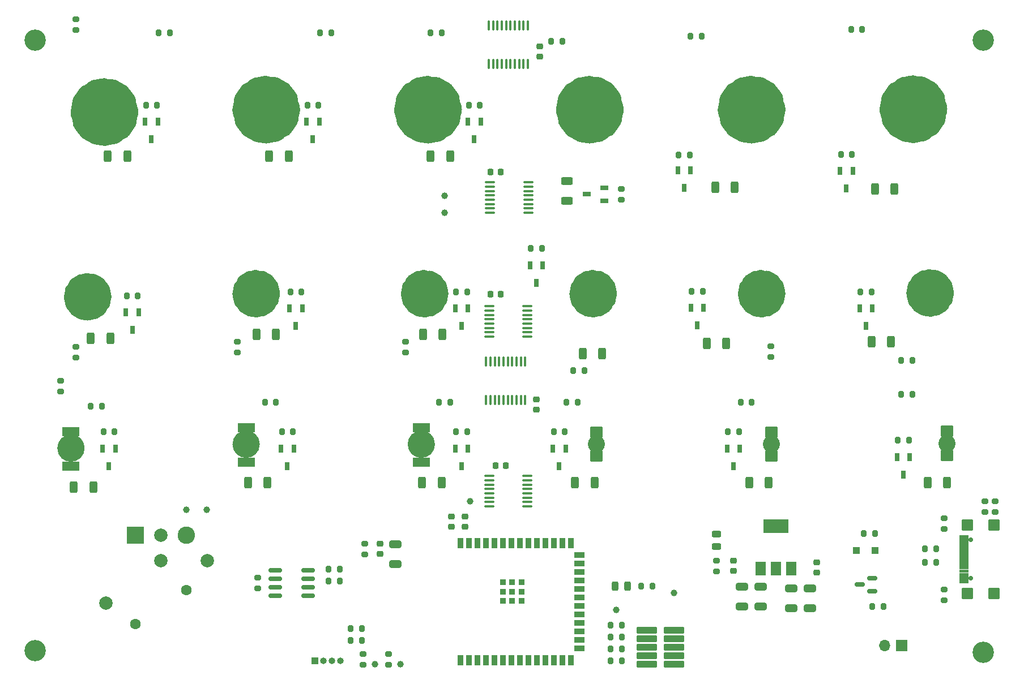
<source format=gbr>
%TF.GenerationSoftware,KiCad,Pcbnew,7.0.7*%
%TF.CreationDate,2024-03-09T13:17:10+01:00*%
%TF.ProjectId,button-board,62757474-6f6e-42d6-926f-6172642e6b69,rev?*%
%TF.SameCoordinates,Original*%
%TF.FileFunction,Soldermask,Bot*%
%TF.FilePolarity,Negative*%
%FSLAX46Y46*%
G04 Gerber Fmt 4.6, Leading zero omitted, Abs format (unit mm)*
G04 Created by KiCad (PCBNEW 7.0.7) date 2024-03-09 13:17:10*
%MOMM*%
%LPD*%
G01*
G04 APERTURE LIST*
G04 Aperture macros list*
%AMRoundRect*
0 Rectangle with rounded corners*
0 $1 Rounding radius*
0 $2 $3 $4 $5 $6 $7 $8 $9 X,Y pos of 4 corners*
0 Add a 4 corners polygon primitive as box body*
4,1,4,$2,$3,$4,$5,$6,$7,$8,$9,$2,$3,0*
0 Add four circle primitives for the rounded corners*
1,1,$1+$1,$2,$3*
1,1,$1+$1,$4,$5*
1,1,$1+$1,$6,$7*
1,1,$1+$1,$8,$9*
0 Add four rect primitives between the rounded corners*
20,1,$1+$1,$2,$3,$4,$5,0*
20,1,$1+$1,$4,$5,$6,$7,0*
20,1,$1+$1,$6,$7,$8,$9,0*
20,1,$1+$1,$8,$9,$2,$3,0*%
%AMFreePoly0*
4,1,43,0.523063,1.365106,0.538902,1.365106,0.551715,1.355796,0.566779,1.350902,0.576088,1.338088,0.588902,1.328779,0.593796,1.313715,0.603106,1.300902,0.603106,1.285062,0.608000,1.270000,0.608000,-1.270000,0.603106,-1.285062,0.603106,-1.300902,0.593796,-1.313715,0.588902,-1.328779,0.576088,-1.338088,0.566779,-1.350902,0.551715,-1.355796,0.538902,-1.365106,0.523063,-1.365106,
0.508000,-1.370000,-0.254000,-1.370000,-0.270926,-1.364500,-0.288710,-1.363783,-0.299590,-1.355187,-0.312779,-1.350902,-0.323241,-1.336501,-0.337205,-1.325470,-0.845205,-0.563470,-0.853042,-0.535569,-0.862000,-0.508000,-0.862000,0.508000,-0.853042,0.535569,-0.845205,0.563470,-0.337205,1.325470,-0.323241,1.336501,-0.312779,1.350902,-0.299590,1.355187,-0.288710,1.363783,-0.270926,1.364500,
-0.254000,1.370000,0.508000,1.370000,0.523063,1.365106,0.523063,1.365106,$1*%
G04 Aperture macros list end*
%ADD10C,5.060000*%
%ADD11C,3.560000*%
%ADD12C,2.060000*%
%ADD13C,0.010000*%
%ADD14C,2.540000*%
%ADD15C,3.200000*%
%ADD16RoundRect,0.200000X0.200000X0.275000X-0.200000X0.275000X-0.200000X-0.275000X0.200000X-0.275000X0*%
%ADD17RoundRect,0.250000X0.312500X0.625000X-0.312500X0.625000X-0.312500X-0.625000X0.312500X-0.625000X0*%
%ADD18RoundRect,0.200000X-0.275000X0.200000X-0.275000X-0.200000X0.275000X-0.200000X0.275000X0.200000X0*%
%ADD19R,0.650000X1.220000*%
%ADD20RoundRect,0.225000X0.250000X-0.225000X0.250000X0.225000X-0.250000X0.225000X-0.250000X-0.225000X0*%
%ADD21RoundRect,0.250000X-0.312500X-0.625000X0.312500X-0.625000X0.312500X0.625000X-0.312500X0.625000X0*%
%ADD22C,1.000000*%
%ADD23RoundRect,0.200000X-0.200000X-0.275000X0.200000X-0.275000X0.200000X0.275000X-0.200000X0.275000X0*%
%ADD24RoundRect,0.250000X-0.650000X0.325000X-0.650000X-0.325000X0.650000X-0.325000X0.650000X0.325000X0*%
%ADD25R,0.900000X1.500000*%
%ADD26R,1.500000X0.900000*%
%ADD27R,0.900000X0.900000*%
%ADD28RoundRect,0.200000X0.275000X-0.200000X0.275000X0.200000X-0.275000X0.200000X-0.275000X-0.200000X0*%
%ADD29RoundRect,0.229659X1.070341X-0.470341X1.070341X0.470341X-1.070341X0.470341X-1.070341X-0.470341X0*%
%ADD30FreePoly0,90.000000*%
%ADD31FreePoly0,270.000000*%
%ADD32RoundRect,0.225000X-0.250000X0.225000X-0.250000X-0.225000X0.250000X-0.225000X0.250000X0.225000X0*%
%ADD33RoundRect,0.100000X-0.100000X0.637500X-0.100000X-0.637500X0.100000X-0.637500X0.100000X0.637500X0*%
%ADD34R,1.500000X2.000000*%
%ADD35R,3.800000X2.000000*%
%ADD36RoundRect,0.100000X0.637500X0.100000X-0.637500X0.100000X-0.637500X-0.100000X0.637500X-0.100000X0*%
%ADD37RoundRect,0.225000X-0.225000X-0.250000X0.225000X-0.250000X0.225000X0.250000X-0.225000X0.250000X0*%
%ADD38C,1.600000*%
%ADD39RoundRect,0.102000X1.200000X1.200000X-1.200000X1.200000X-1.200000X-1.200000X1.200000X-1.200000X0*%
%ADD40C,2.004000*%
%ADD41C,2.604000*%
%ADD42RoundRect,0.150000X0.825000X0.150000X-0.825000X0.150000X-0.825000X-0.150000X0.825000X-0.150000X0*%
%ADD43RoundRect,0.250000X-0.625000X0.312500X-0.625000X-0.312500X0.625000X-0.312500X0.625000X0.312500X0*%
%ADD44RoundRect,0.150000X0.587500X0.150000X-0.587500X0.150000X-0.587500X-0.150000X0.587500X-0.150000X0*%
%ADD45RoundRect,0.102000X-1.395000X0.370000X-1.395000X-0.370000X1.395000X-0.370000X1.395000X0.370000X0*%
%ADD46RoundRect,0.102000X0.800000X-0.750000X0.800000X0.750000X-0.800000X0.750000X-0.800000X-0.750000X0*%
%ADD47RoundRect,0.243750X-0.243750X-0.456250X0.243750X-0.456250X0.243750X0.456250X-0.243750X0.456250X0*%
%ADD48R,1.220000X0.650000*%
%ADD49C,0.700000*%
%ADD50RoundRect,0.102000X-0.750000X0.750000X-0.750000X-0.750000X0.750000X-0.750000X0.750000X0.750000X0*%
%ADD51R,1.700000X1.700000*%
%ADD52O,1.700000X1.700000*%
%ADD53RoundRect,0.243750X-0.456250X0.243750X-0.456250X-0.243750X0.456250X-0.243750X0.456250X0.243750X0*%
%ADD54RoundRect,0.250000X-0.300000X-0.300000X0.300000X-0.300000X0.300000X0.300000X-0.300000X0.300000X0*%
%ADD55R,1.000000X1.000000*%
%ADD56O,1.000000X1.000000*%
G04 APERTURE END LIST*
%TO.C,P17*%
D10*
X109639480Y80986324D02*
G75*
G03*
X109639480Y80986324I-2530000J0D01*
G01*
%TO.C,P16*%
X85452560Y80986324D02*
G75*
G03*
X85452560Y80986324I-2530000J0D01*
G01*
%TO.C,P9*%
D11*
X60015640Y53449765D02*
G75*
G03*
X60015640Y53449765I-1780000J0D01*
G01*
%TO.C,P13*%
D10*
X12891800Y80634964D02*
G75*
G03*
X12891800Y80634964I-2530000J0D01*
G01*
%TO.C,P7*%
D11*
X9641802Y52981285D02*
G75*
G03*
X9641802Y52981285I-1780000J0D01*
G01*
%TO.C,P11*%
X110389478Y53449765D02*
G75*
G03*
X110389478Y53449765I-1780000J0D01*
G01*
%TO.C,P14*%
D10*
X37078720Y80986324D02*
G75*
G03*
X37078720Y80986324I-2530000J0D01*
G01*
%TO.C,P12*%
D11*
X135576400Y53550245D02*
G75*
G03*
X135576400Y53550245I-1780000J0D01*
G01*
%TO.C,P1*%
D12*
X6391802Y30327600D02*
G75*
G03*
X6391802Y30327600I-1030000J0D01*
G01*
%TO.C,P15*%
D10*
X61265640Y80986324D02*
G75*
G03*
X61265640Y80986324I-2530000J0D01*
G01*
%TO.C,P3*%
D12*
X58765640Y30913200D02*
G75*
G03*
X58765640Y30913200I-1030000J0D01*
G01*
%TO.C,P10*%
D11*
X85202559Y53449765D02*
G75*
G03*
X85202559Y53449765I-1780000J0D01*
G01*
%TO.C,P2*%
D12*
X32578721Y30913200D02*
G75*
G03*
X32578721Y30913200I-1030000J0D01*
G01*
%TO.C,P8*%
D11*
X34828721Y53449765D02*
G75*
G03*
X34828721Y53449765I-1780000J0D01*
G01*
%TO.C,P18*%
D10*
X133826402Y81061684D02*
G75*
G03*
X133826402Y81061684I-2530000J0D01*
G01*
%TO.C,J2*%
D13*
X139439000Y16566000D02*
X138189000Y16566000D01*
X138189000Y17266000D01*
X139439000Y17266000D01*
X139439000Y16566000D01*
G36*
X139439000Y16566000D02*
G01*
X138189000Y16566000D01*
X138189000Y17266000D01*
X139439000Y17266000D01*
X139439000Y16566000D01*
G37*
X139439000Y15766000D02*
X138189000Y15766000D01*
X138189000Y16466000D01*
X139439000Y16466000D01*
X139439000Y15766000D01*
G36*
X139439000Y15766000D02*
G01*
X138189000Y15766000D01*
X138189000Y16466000D01*
X139439000Y16466000D01*
X139439000Y15766000D01*
G37*
X139439000Y15266000D02*
X138189000Y15266000D01*
X138189000Y15666000D01*
X139439000Y15666000D01*
X139439000Y15266000D01*
G36*
X139439000Y15266000D02*
G01*
X138189000Y15266000D01*
X138189000Y15666000D01*
X139439000Y15666000D01*
X139439000Y15266000D01*
G37*
X139439000Y14766000D02*
X138189000Y14766000D01*
X138189000Y15166000D01*
X139439000Y15166000D01*
X139439000Y14766000D01*
G36*
X139439000Y14766000D02*
G01*
X138189000Y14766000D01*
X138189000Y15166000D01*
X139439000Y15166000D01*
X139439000Y14766000D01*
G37*
X139439000Y14266000D02*
X138189000Y14266000D01*
X138189000Y14666000D01*
X139439000Y14666000D01*
X139439000Y14266000D01*
G36*
X139439000Y14266000D02*
G01*
X138189000Y14266000D01*
X138189000Y14666000D01*
X139439000Y14666000D01*
X139439000Y14266000D01*
G37*
X139439000Y13766000D02*
X138189000Y13766000D01*
X138189000Y14166000D01*
X139439000Y14166000D01*
X139439000Y13766000D01*
G36*
X139439000Y13766000D02*
G01*
X138189000Y13766000D01*
X138189000Y14166000D01*
X139439000Y14166000D01*
X139439000Y13766000D01*
G37*
X139439000Y13266000D02*
X138189000Y13266000D01*
X138189000Y13666000D01*
X139439000Y13666000D01*
X139439000Y13266000D01*
G36*
X139439000Y13266000D02*
G01*
X138189000Y13266000D01*
X138189000Y13666000D01*
X139439000Y13666000D01*
X139439000Y13266000D01*
G37*
X139439000Y12766000D02*
X138189000Y12766000D01*
X138189000Y13166000D01*
X139439000Y13166000D01*
X139439000Y12766000D01*
G36*
X139439000Y12766000D02*
G01*
X138189000Y12766000D01*
X138189000Y13166000D01*
X139439000Y13166000D01*
X139439000Y12766000D01*
G37*
X139439000Y12266000D02*
X138189000Y12266000D01*
X138189000Y12666000D01*
X139439000Y12666000D01*
X139439000Y12266000D01*
G36*
X139439000Y12266000D02*
G01*
X138189000Y12266000D01*
X138189000Y12666000D01*
X139439000Y12666000D01*
X139439000Y12266000D01*
G37*
X139439000Y11766000D02*
X138189000Y11766000D01*
X138189000Y12166000D01*
X139439000Y12166000D01*
X139439000Y11766000D01*
G36*
X139439000Y11766000D02*
G01*
X138189000Y11766000D01*
X138189000Y12166000D01*
X139439000Y12166000D01*
X139439000Y11766000D01*
G37*
X139439000Y10966000D02*
X138189000Y10966000D01*
X138189000Y11666000D01*
X139439000Y11666000D01*
X139439000Y10966000D01*
G36*
X139439000Y10966000D02*
G01*
X138189000Y10966000D01*
X138189000Y11666000D01*
X139439000Y11666000D01*
X139439000Y10966000D01*
G37*
X139439000Y10166000D02*
X138189000Y10166000D01*
X138189000Y10866000D01*
X139439000Y10866000D01*
X139439000Y10166000D01*
G36*
X139439000Y10166000D02*
G01*
X138189000Y10166000D01*
X138189000Y10866000D01*
X139439000Y10866000D01*
X139439000Y10166000D01*
G37*
%TD*%
D14*
%TO.C,P5*%
X110109478Y30913200D03*
%TD*%
D15*
%TO.C,H1*%
X0Y91370000D03*
%TD*%
%TO.C,H2*%
X141732000Y91370000D03*
%TD*%
%TO.C,H3*%
X0Y0D03*
%TD*%
D14*
%TO.C,P6*%
X136296400Y31038800D03*
%TD*%
%TO.C,P4*%
X83922559Y30913200D03*
%TD*%
D15*
%TO.C,H4*%
X141732000Y-254000D03*
%TD*%
D16*
%TO.C,R16*%
X48831000Y1556000D03*
X47181000Y1556000D03*
%TD*%
D17*
%TO.C,R59*%
X128462500Y69088000D03*
X125537500Y69088000D03*
%TD*%
D18*
%TO.C,R54*%
X87630001Y69151000D03*
X87630001Y67501000D03*
%TD*%
D19*
%TO.C,Q8*%
X13582162Y50648993D03*
X15482162Y50648993D03*
X14532162Y48028993D03*
%TD*%
D20*
%TO.C,C5*%
X104394000Y11925000D03*
X104394000Y13475000D03*
%TD*%
D21*
%TO.C,R25*%
X5776500Y24511000D03*
X8701500Y24511000D03*
%TD*%
D22*
%TO.C,TP8*%
X54610000Y-2032000D03*
%TD*%
D23*
%TO.C,R113*%
X97981000Y91948000D03*
X99631000Y91948000D03*
%TD*%
D17*
%TO.C,R45*%
X103316500Y45974000D03*
X100391500Y45974000D03*
%TD*%
D24*
%TO.C,C10*%
X53848000Y15953000D03*
X53848000Y13003000D03*
%TD*%
D17*
%TO.C,R35*%
X136336500Y25146000D03*
X133411500Y25146000D03*
%TD*%
D25*
%TO.C,U2*%
X63578000Y16116000D03*
X64848000Y16116000D03*
X66118000Y16116000D03*
X67388000Y16116000D03*
X68658000Y16116000D03*
X69928000Y16116000D03*
X71198000Y16116000D03*
X72468000Y16116000D03*
X73738000Y16116000D03*
X75008000Y16116000D03*
X76278000Y16116000D03*
X77548000Y16116000D03*
X78818000Y16116000D03*
X80088000Y16116000D03*
D26*
X81338000Y14351000D03*
X81338000Y13081000D03*
X81338000Y11811000D03*
X81338000Y10541000D03*
X81338000Y9271000D03*
X81338000Y8001000D03*
X81338000Y6731000D03*
X81338000Y5461000D03*
X81338000Y4191000D03*
X81338000Y2921000D03*
X81338000Y1651000D03*
X81338000Y381000D03*
D25*
X80088000Y-1384000D03*
X78818000Y-1384000D03*
X77548000Y-1384000D03*
X76278000Y-1384000D03*
X75008000Y-1384000D03*
X73738000Y-1384000D03*
X72468000Y-1384000D03*
X71198000Y-1384000D03*
X69928000Y-1384000D03*
X68658000Y-1384000D03*
X67388000Y-1384000D03*
X66118000Y-1384000D03*
X64848000Y-1384000D03*
X63578000Y-1384000D03*
D27*
X72698000Y10266000D03*
X72698000Y10266000D03*
X71298000Y10266000D03*
X69898000Y10266000D03*
X72698000Y8866000D03*
X71298000Y8866000D03*
X69898000Y8866000D03*
X69898000Y8866000D03*
X72698000Y7466000D03*
X71298000Y7466000D03*
X69898000Y7466000D03*
%TD*%
D19*
%TO.C,Q11*%
X73980000Y57698000D03*
X75880000Y57698000D03*
X74930000Y55078000D03*
%TD*%
D21*
%TO.C,R41*%
X57973500Y47371000D03*
X60898500Y47371000D03*
%TD*%
D28*
%TO.C,R108*%
X3810000Y38799000D03*
X3810000Y40449000D03*
%TD*%
D23*
%TO.C,R4*%
X86043000Y2032000D03*
X87693000Y2032000D03*
%TD*%
%TO.C,R58*%
X120460000Y74295000D03*
X122110000Y74295000D03*
%TD*%
D17*
%TO.C,R57*%
X104586500Y69342000D03*
X101661500Y69342000D03*
%TD*%
D29*
%TO.C,D12*%
X58235640Y50749765D03*
X58235640Y55949765D03*
%TD*%
D30*
%TO.C,D14*%
X108609478Y50985765D03*
D31*
X108609478Y55811765D03*
%TD*%
D16*
%TO.C,R12*%
X125539000Y17526000D03*
X123889000Y17526000D03*
%TD*%
D29*
%TO.C,D11*%
X33048721Y50749765D03*
X33048721Y55949765D03*
%TD*%
D32*
%TO.C,C17*%
X74930000Y37605000D03*
X74930000Y36055000D03*
%TD*%
D33*
%TO.C,U11*%
X67814000Y93540500D03*
X68464000Y93540500D03*
X69114000Y93540500D03*
X69764000Y93540500D03*
X70414000Y93540500D03*
X71064000Y93540500D03*
X71714000Y93540500D03*
X72364000Y93540500D03*
X73014000Y93540500D03*
X73664000Y93540500D03*
X73664000Y87815500D03*
X73014000Y87815500D03*
X72364000Y87815500D03*
X71714000Y87815500D03*
X71064000Y87815500D03*
X70414000Y87815500D03*
X69764000Y87815500D03*
X69114000Y87815500D03*
X68464000Y87815500D03*
X67814000Y87815500D03*
%TD*%
D34*
%TO.C,U1*%
X113044000Y12344000D03*
X110744000Y12344000D03*
X108444000Y12344000D03*
D35*
X110744000Y18644000D03*
%TD*%
D23*
%TO.C,R112*%
X77153000Y91186000D03*
X78803000Y91186000D03*
%TD*%
%TO.C,R40*%
X62929000Y53721000D03*
X64579000Y53721000D03*
%TD*%
%TO.C,R36*%
X13707162Y53086000D03*
X15357162Y53086000D03*
%TD*%
%TO.C,R30*%
X77534000Y32766000D03*
X79184000Y32766000D03*
%TD*%
D19*
%TO.C,Q2*%
X10099000Y30266000D03*
X11999000Y30266000D03*
X11049000Y27646000D03*
%TD*%
D32*
%TO.C,C8*%
X51562000Y16015000D03*
X51562000Y14465000D03*
%TD*%
D23*
%TO.C,R18*%
X133033000Y13208000D03*
X134683000Y13208000D03*
%TD*%
D36*
%TO.C,U4*%
X73601500Y51551000D03*
X73601500Y50901000D03*
X73601500Y50251000D03*
X73601500Y49601000D03*
X73601500Y48951000D03*
X73601500Y48301000D03*
X73601500Y47651000D03*
X73601500Y47001000D03*
X67876500Y47001000D03*
X67876500Y47651000D03*
X67876500Y48301000D03*
X67876500Y48951000D03*
X67876500Y49601000D03*
X67876500Y50251000D03*
X67876500Y50901000D03*
X67876500Y51551000D03*
%TD*%
D22*
%TO.C,TP1*%
X25654000Y21082000D03*
%TD*%
%TO.C,TP6*%
X61214000Y65532000D03*
%TD*%
D21*
%TO.C,R37*%
X8316500Y46736000D03*
X11241500Y46736000D03*
%TD*%
D37*
%TO.C,C13*%
X68059000Y71628000D03*
X69609000Y71628000D03*
%TD*%
D28*
%TO.C,R121*%
X6096000Y92901000D03*
X6096000Y94551000D03*
%TD*%
D23*
%TO.C,R46*%
X123381000Y53717953D03*
X125031000Y53717953D03*
%TD*%
D30*
%TO.C,D13*%
X83422559Y50985765D03*
D31*
X83422559Y55811765D03*
%TD*%
D19*
%TO.C,Q9*%
X38039000Y51221000D03*
X39939000Y51221000D03*
X38989000Y48601000D03*
%TD*%
D23*
%TO.C,R3*%
X86043000Y3810000D03*
X87693000Y3810000D03*
%TD*%
D38*
%TO.C,J5*%
X22606000Y9063500D03*
X14986000Y3983500D03*
D39*
X14986000Y17323500D03*
D40*
X18796000Y13513500D03*
X18796000Y17323500D03*
X25776000Y13513500D03*
D41*
X22606000Y17323500D03*
D40*
X10546000Y7153500D03*
%TD*%
D16*
%TO.C,R20*%
X45529000Y12192000D03*
X43879000Y12192000D03*
%TD*%
D36*
%TO.C,U7*%
X73728500Y70093000D03*
X73728500Y69443000D03*
X73728500Y68793000D03*
X73728500Y68143000D03*
X73728500Y67493000D03*
X73728500Y66843000D03*
X73728500Y66193000D03*
X73728500Y65543000D03*
X68003500Y65543000D03*
X68003500Y66193000D03*
X68003500Y66843000D03*
X68003500Y67493000D03*
X68003500Y68143000D03*
X68003500Y68793000D03*
X68003500Y69443000D03*
X68003500Y70093000D03*
%TD*%
D42*
%TO.C,U3*%
X40829000Y12065000D03*
X40829000Y10795000D03*
X40829000Y9525000D03*
X40829000Y8255000D03*
X35879000Y8255000D03*
X35879000Y9525000D03*
X35879000Y10795000D03*
X35879000Y12065000D03*
%TD*%
D16*
%TO.C,R97*%
X36004000Y37211000D03*
X34354000Y37211000D03*
%TD*%
D21*
%TO.C,R39*%
X33081500Y47371000D03*
X36006500Y47371000D03*
%TD*%
D23*
%TO.C,R52*%
X64834000Y81661000D03*
X66484000Y81661000D03*
%TD*%
D21*
%TO.C,R49*%
X10856500Y74041000D03*
X13781500Y74041000D03*
%TD*%
D23*
%TO.C,R32*%
X103569000Y32766000D03*
X105219000Y32766000D03*
%TD*%
D22*
%TO.C,TP9*%
X50800000Y-2032000D03*
%TD*%
D19*
%TO.C,Q19*%
X120335000Y71795000D03*
X122235000Y71795000D03*
X121285000Y69175000D03*
%TD*%
D17*
%TO.C,R31*%
X83631500Y25146000D03*
X80706500Y25146000D03*
%TD*%
D23*
%TO.C,R100*%
X105474000Y37211000D03*
X107124000Y37211000D03*
%TD*%
%TO.C,R5*%
X86043000Y254000D03*
X87693000Y254000D03*
%TD*%
D29*
%TO.C,D4*%
X5361802Y27627600D03*
X5361802Y32827600D03*
%TD*%
D23*
%TO.C,R105*%
X80455000Y41910000D03*
X82105000Y41910000D03*
%TD*%
%TO.C,R42*%
X74105000Y60198000D03*
X75755000Y60198000D03*
%TD*%
D16*
%TO.C,R15*%
X92265000Y9652000D03*
X90615000Y9652000D03*
%TD*%
D43*
%TO.C,R55*%
X79502000Y70296500D03*
X79502000Y67371500D03*
%TD*%
D21*
%TO.C,R51*%
X34986500Y74041000D03*
X37911500Y74041000D03*
%TD*%
D23*
%TO.C,R107*%
X129477000Y43434000D03*
X131127000Y43434000D03*
%TD*%
%TO.C,R19*%
X133033000Y15240000D03*
X134683000Y15240000D03*
%TD*%
%TO.C,R38*%
X38164000Y53721000D03*
X39814000Y53721000D03*
%TD*%
D28*
%TO.C,R106*%
X109982000Y43942000D03*
X109982000Y45592000D03*
%TD*%
D17*
%TO.C,R43*%
X84774500Y44450000D03*
X81849500Y44450000D03*
%TD*%
D22*
%TO.C,TP4*%
X86868000Y6096000D03*
%TD*%
%TO.C,TP5*%
X61214000Y68072000D03*
%TD*%
%TO.C,TP2*%
X22606000Y21082000D03*
%TD*%
D19*
%TO.C,Q7*%
X128844000Y28996000D03*
X130744000Y28996000D03*
X129794000Y26376000D03*
%TD*%
D20*
%TO.C,C9*%
X64247000Y18542000D03*
X64247000Y20092000D03*
%TD*%
D18*
%TO.C,R135*%
X33274000Y10985000D03*
X33274000Y9335000D03*
%TD*%
D24*
%TO.C,C4*%
X108458000Y9603000D03*
X108458000Y6653000D03*
%TD*%
D37*
%TO.C,C11*%
X68821000Y27686000D03*
X70371000Y27686000D03*
%TD*%
D23*
%TO.C,R101*%
X129477000Y38354000D03*
X131127000Y38354000D03*
%TD*%
D19*
%TO.C,Q18*%
X96078000Y71922000D03*
X97978000Y71922000D03*
X97028000Y69302000D03*
%TD*%
D44*
%TO.C,Q1*%
X125143500Y10856000D03*
X125143500Y8956000D03*
X123268500Y9906000D03*
%TD*%
D23*
%TO.C,R28*%
X62929000Y32766000D03*
X64579000Y32766000D03*
%TD*%
D16*
%TO.C,R110*%
X44259000Y92456000D03*
X42609000Y92456000D03*
%TD*%
D29*
%TO.C,D19*%
X82922560Y78286324D03*
X82922560Y83486324D03*
%TD*%
D20*
%TO.C,C7*%
X62245000Y18542000D03*
X62245000Y20092000D03*
%TD*%
D45*
%TO.C,J3*%
X95507000Y3048000D03*
X91437000Y3048000D03*
X95507000Y1778000D03*
X91437000Y1778000D03*
X95507000Y508000D03*
X91437000Y508000D03*
X95507000Y-762000D03*
X91437000Y-762000D03*
X95507000Y-2032000D03*
X91437000Y-2032000D03*
%TD*%
D18*
%TO.C,R7*%
X135890000Y9207000D03*
X135890000Y7557000D03*
%TD*%
D16*
%TO.C,R111*%
X60769000Y92456000D03*
X59119000Y92456000D03*
%TD*%
D28*
%TO.C,R102*%
X6096000Y43879000D03*
X6096000Y45529000D03*
%TD*%
D23*
%TO.C,R50*%
X40704000Y81661000D03*
X42354000Y81661000D03*
%TD*%
D16*
%TO.C,R17*%
X48831000Y3334000D03*
X47181000Y3334000D03*
%TD*%
D19*
%TO.C,Q4*%
X62804000Y30266000D03*
X64704000Y30266000D03*
X63754000Y27646000D03*
%TD*%
D21*
%TO.C,R27*%
X31811500Y25146000D03*
X34736500Y25146000D03*
%TD*%
D22*
%TO.C,TP7*%
X65024000Y22352000D03*
%TD*%
D19*
%TO.C,Q6*%
X103444000Y30266000D03*
X105344000Y30266000D03*
X104394000Y27646000D03*
%TD*%
D29*
%TO.C,D10*%
X7874000Y50281285D03*
X7874000Y55481285D03*
%TD*%
D23*
%TO.C,R44*%
X98169000Y53808000D03*
X99819000Y53808000D03*
%TD*%
D28*
%TO.C,R14*%
X49276000Y14415000D03*
X49276000Y16065000D03*
%TD*%
D19*
%TO.C,Q12*%
X98044000Y51308000D03*
X99944000Y51308000D03*
X98994000Y48688000D03*
%TD*%
%TO.C,Q13*%
X123256000Y51217953D03*
X125156000Y51217953D03*
X124206000Y48597953D03*
%TD*%
D28*
%TO.C,R103*%
X30226000Y44641000D03*
X30226000Y46291000D03*
%TD*%
D46*
%TO.C,D7*%
X83922559Y29113200D03*
X83922559Y32713200D03*
%TD*%
D33*
%TO.C,U10*%
X67433000Y43248500D03*
X68083000Y43248500D03*
X68733000Y43248500D03*
X69383000Y43248500D03*
X70033000Y43248500D03*
X70683000Y43248500D03*
X71333000Y43248500D03*
X71983000Y43248500D03*
X72633000Y43248500D03*
X73283000Y43248500D03*
X73283000Y37523500D03*
X72633000Y37523500D03*
X71983000Y37523500D03*
X71333000Y37523500D03*
X70683000Y37523500D03*
X70033000Y37523500D03*
X69383000Y37523500D03*
X68733000Y37523500D03*
X68083000Y37523500D03*
X67433000Y37523500D03*
%TD*%
D16*
%TO.C,R11*%
X126809000Y6604000D03*
X125159000Y6604000D03*
%TD*%
D23*
%TO.C,R99*%
X79439000Y37211000D03*
X81089000Y37211000D03*
%TD*%
D22*
%TO.C,TP3*%
X95504000Y8636000D03*
%TD*%
D29*
%TO.C,D21*%
X131296402Y78361684D03*
X131296402Y83561684D03*
%TD*%
%TO.C,D18*%
X58735640Y78286324D03*
X58735640Y83486324D03*
%TD*%
D20*
%TO.C,C2*%
X116840000Y11671000D03*
X116840000Y13221000D03*
%TD*%
D29*
%TO.C,D20*%
X107109480Y78286324D03*
X107109480Y83486324D03*
%TD*%
D19*
%TO.C,Q15*%
X40579000Y79161000D03*
X42479000Y79161000D03*
X41529000Y76541000D03*
%TD*%
D47*
%TO.C,D3*%
X86692500Y9652000D03*
X88567500Y9652000D03*
%TD*%
D17*
%TO.C,R47*%
X127954500Y46228000D03*
X125029500Y46228000D03*
%TD*%
D21*
%TO.C,R53*%
X59116500Y74041000D03*
X62041500Y74041000D03*
%TD*%
D18*
%TO.C,R2*%
X141986000Y22415000D03*
X141986000Y20765000D03*
%TD*%
D23*
%TO.C,R114*%
X121984000Y92964000D03*
X123634000Y92964000D03*
%TD*%
D18*
%TO.C,R22*%
X52832000Y-445000D03*
X52832000Y-2095000D03*
%TD*%
D28*
%TO.C,R104*%
X55372000Y44641000D03*
X55372000Y46291000D03*
%TD*%
D24*
%TO.C,C3*%
X113030000Y9349000D03*
X113030000Y6399000D03*
%TD*%
D18*
%TO.C,R1*%
X143510000Y22415000D03*
X143510000Y20765000D03*
%TD*%
D20*
%TO.C,C18*%
X75438000Y88887000D03*
X75438000Y90437000D03*
%TD*%
D18*
%TO.C,R23*%
X49022000Y-445000D03*
X49022000Y-2095000D03*
%TD*%
D16*
%TO.C,R21*%
X45529000Y10414000D03*
X43879000Y10414000D03*
%TD*%
D24*
%TO.C,C1*%
X115824000Y9349000D03*
X115824000Y6399000D03*
%TD*%
D28*
%TO.C,R13*%
X101854000Y11875000D03*
X101854000Y13525000D03*
%TD*%
D23*
%TO.C,R48*%
X16574000Y81661000D03*
X18224000Y81661000D03*
%TD*%
D46*
%TO.C,D9*%
X136296400Y29238800D03*
X136296400Y32838800D03*
%TD*%
D48*
%TO.C,Q17*%
X85130000Y69276000D03*
X85130000Y67376000D03*
X82510000Y68326000D03*
%TD*%
D29*
%TO.C,D17*%
X34548720Y78286324D03*
X34548720Y83486324D03*
%TD*%
D19*
%TO.C,Q14*%
X16449000Y79161000D03*
X18349000Y79161000D03*
X17399000Y76541000D03*
%TD*%
D49*
%TO.C,J2*%
X139889000Y16606000D03*
X139889000Y10826000D03*
D50*
X143319000Y18836000D03*
X139389000Y18836000D03*
X143319000Y8596000D03*
X139389000Y8596000D03*
%TD*%
D24*
%TO.C,C6*%
X105664000Y9603000D03*
X105664000Y6653000D03*
%TD*%
D36*
%TO.C,U5*%
X73601500Y26151000D03*
X73601500Y25501000D03*
X73601500Y24851000D03*
X73601500Y24201000D03*
X73601500Y23551000D03*
X73601500Y22901000D03*
X73601500Y22251000D03*
X73601500Y21601000D03*
X67876500Y21601000D03*
X67876500Y22251000D03*
X67876500Y22901000D03*
X67876500Y23551000D03*
X67876500Y24201000D03*
X67876500Y24851000D03*
X67876500Y25501000D03*
X67876500Y26151000D03*
%TD*%
D51*
%TO.C,J1*%
X129545000Y773000D03*
D52*
X127005000Y773000D03*
%TD*%
D19*
%TO.C,Q10*%
X62804000Y51221000D03*
X64704000Y51221000D03*
X63754000Y48601000D03*
%TD*%
D23*
%TO.C,R24*%
X10224000Y32766000D03*
X11874000Y32766000D03*
%TD*%
D53*
%TO.C,D2*%
X101854000Y17447500D03*
X101854000Y15572500D03*
%TD*%
D23*
%TO.C,R26*%
X36894000Y32766000D03*
X38544000Y32766000D03*
%TD*%
D19*
%TO.C,Q3*%
X36769000Y30266000D03*
X38669000Y30266000D03*
X37719000Y27646000D03*
%TD*%
D17*
%TO.C,R33*%
X109666500Y25146000D03*
X106741500Y25146000D03*
%TD*%
D30*
%TO.C,D15*%
X133796400Y51086245D03*
D31*
X133796400Y55912245D03*
%TD*%
D16*
%TO.C,R109*%
X20129000Y92456000D03*
X18479000Y92456000D03*
%TD*%
D23*
%TO.C,R6*%
X86043000Y-1524000D03*
X87693000Y-1524000D03*
%TD*%
D46*
%TO.C,D8*%
X110109478Y29113200D03*
X110109478Y32713200D03*
%TD*%
D16*
%TO.C,R98*%
X62039000Y37211000D03*
X60389000Y37211000D03*
%TD*%
D19*
%TO.C,Q5*%
X77409000Y30266000D03*
X79309000Y30266000D03*
X78359000Y27646000D03*
%TD*%
D54*
%TO.C,D1*%
X122806000Y14986000D03*
X125606000Y14986000D03*
%TD*%
D19*
%TO.C,Q16*%
X64709000Y79161000D03*
X66609000Y79161000D03*
X65659000Y76541000D03*
%TD*%
D29*
%TO.C,D6*%
X57735640Y28213200D03*
X57735640Y33413200D03*
%TD*%
D21*
%TO.C,R29*%
X57846500Y25146000D03*
X60771500Y25146000D03*
%TD*%
D16*
%TO.C,R96*%
X9969000Y36576000D03*
X8319000Y36576000D03*
%TD*%
D23*
%TO.C,R56*%
X97853000Y74168000D03*
X96203000Y74168000D03*
%TD*%
D37*
%TO.C,C12*%
X68059000Y53340000D03*
X69609000Y53340000D03*
%TD*%
D23*
%TO.C,R34*%
X128969000Y31496000D03*
X130619000Y31496000D03*
%TD*%
D29*
%TO.C,D5*%
X31548721Y28213200D03*
X31548721Y33413200D03*
%TD*%
D28*
%TO.C,R8*%
X135890000Y18225000D03*
X135890000Y19875000D03*
%TD*%
D55*
%TO.C,J4*%
X41788000Y-1524000D03*
D56*
X43058000Y-1524000D03*
X44328000Y-1524000D03*
X45598000Y-1524000D03*
%TD*%
D29*
%TO.C,D16*%
X10361800Y77934964D03*
X10361800Y83134964D03*
%TD*%
M02*

</source>
